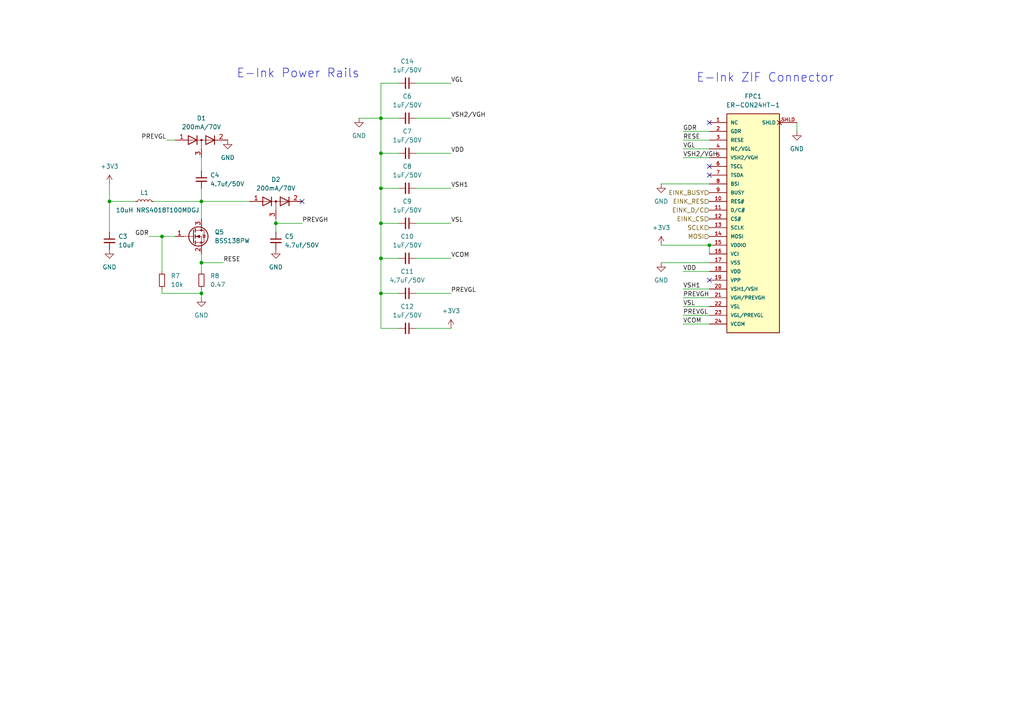
<source format=kicad_sch>
(kicad_sch (version 20211123) (generator eeschema)
  (paper "A4")
  (lib_symbols
    (symbol "Device:C_Small" (pin_numbers hide) (pin_names (offset 0.254) hide)
      (property "Reference" "C" (at 0.254 1.778 0))
      (property "Value" "C_Small" (at 0.254 -2.032 0))
      (symbol "C_Small_0_1"
        (polyline (pts (xy -1.524 -0.508) (xy 1.524 -0.508)) (stroke (width 0.3302)))
        (polyline (pts (xy -1.524 0.508) (xy 1.524 0.508)) (stroke (width 0.3048)))
      )
      (symbol "C_Small_1_1"
        (pin passive line (at 0 2.54 270) (length 2.032) (name "~") (number "1"))
        (pin passive line (at 0 -2.54 90) (length 2.032) (name "~") (number "2"))
      )
    )
    (symbol "Device:D_Dual_Series_AKC" (pin_names (offset 0.762) hide)
      (property "Reference" "D" (at 1.27 -2.54 0))
      (property "Value" "D_Dual_Series_AKC" (at 0 2.54 0))
      (symbol "D_Dual_Series_AKC_0_1"
        (polyline (pts (xy -3.81 0) (xy 3.81 0)))
        (polyline (pts (xy 0 0) (xy 0 -2.54)))
        (polyline (pts (xy 6.35 0) (xy 7.62 0)))
        (polyline (pts (xy -1.27 -1.27) (xy -1.27 1.27) (xy -1.27 1.27)) (stroke (width 0.254)))
        (polyline (pts (xy 3.81 1.27) (xy 3.81 -1.27) (xy 3.81 -1.27)) (stroke (width 0.254)))
        (polyline (pts (xy -3.81 1.27) (xy -1.27 0) (xy -3.81 -1.27) (xy -3.81 1.27) (xy -3.81 1.27) (xy -3.81 1.27)) (stroke (width 0.254)))
        (polyline (pts (xy 1.27 1.27) (xy 3.81 0) (xy 1.27 -1.27) (xy 1.27 1.27) (xy 1.27 1.27) (xy 1.27 1.27)) (stroke (width 0.254)))
        (circle (center 0 0) (radius 0.254) (fill (type outline)))
        (pin passive line (at -7.62 0 0) (length 3.81) (name "A") (number "1"))
        (pin passive line (at 7.62 0 180) (length 3.81) (name "K") (number "2"))
        (pin passive line (at 0 -5.08 90) (length 2.54) (name "common") (number "3"))
      )
    )
    (symbol "Device:L_Small" (pin_numbers hide) (pin_names (offset 0.254) hide)
      (property "Reference" "L" (at 0.762 1.016 0))
      (property "Value" "L_Small" (at 0.762 -1.016 0))
      (symbol "L_Small_0_1"
        (arc (start 0 -2.032) (mid 0.508 -1.524) (end 0 -1.016))
        (arc (start 0 -1.016) (mid 0.508 -0.508) (end 0 0))
        (arc (start 0 0) (mid 0.508 0.508) (end 0 1.016))
        (arc (start 0 1.016) (mid 0.508 1.524) (end 0 2.032))
      )
      (symbol "L_Small_1_1"
        (pin passive line (at 0 2.54 270) (length 0.508) (name "~") (number "1"))
        (pin passive line (at 0 -2.54 90) (length 0.508) (name "~") (number "2"))
      )
    )
    (symbol "Device:R_Small" (pin_numbers hide) (pin_names (offset 0.254) hide)
      (property "Reference" "R" (at 0.762 0.508 0))
      (property "Value" "R_Small" (at 0.762 -1.016 0))
      (symbol "R_Small_0_1"
        (rectangle (start -0.762 1.778) (end 0.762 -1.778) (stroke (width 0.2032)))
      )
      (symbol "R_Small_1_1"
        (pin passive line (at 0 2.54 270) (length 0.762) (name "~") (number "1"))
        (pin passive line (at 0 -2.54 90) (length 0.762) (name "~") (number "2"))
      )
    )
    (symbol "ER-CON24HT-1:ER-CON24HT-1" (pin_names (offset 1.016))
      (property "Reference" "FPC" (at 0 1.27 0))
      (property "Value" "ER-CON24HT-1" (at 0 -66.04 0))
      (symbol "ER-CON24HT-1_0_0"
        (rectangle (start 0 0) (end 15.24 -63.5) (stroke (width 0.254)) (fill (type background)))
        (pin bidirectional line (at -5.08 -2.54 0) (length 5.08) (name "NC") (number "1"))
        (pin bidirectional line (at -5.08 -25.4 0) (length 5.08) (name "RES#") (number "10"))
        (pin bidirectional line (at -5.08 -27.94 0) (length 5.08) (name "D/C#") (number "11"))
        (pin bidirectional line (at -5.08 -30.48 0) (length 5.08) (name "CS#") (number "12"))
        (pin bidirectional line (at -5.08 -33.02 0) (length 5.08) (name "SCLK") (number "13"))
        (pin bidirectional line (at -5.08 -35.56 0) (length 5.08) (name "MOSI") (number "14"))
        (pin power_in line (at -5.08 -38.1 0) (length 5.08) (name "VDDIO") (number "15"))
        (pin power_in line (at -5.08 -40.64 0) (length 5.08) (name "VCI") (number "16"))
        (pin power_in line (at -5.08 -43.18 0) (length 5.08) (name "VSS") (number "17"))
        (pin bidirectional line (at -5.08 -45.72 0) (length 5.08) (name "VDD") (number "18"))
        (pin bidirectional line (at -5.08 -48.26 0) (length 5.08) (name "VPP") (number "19"))
        (pin bidirectional line (at -5.08 -5.08 0) (length 5.08) (name "GDR") (number "2"))
        (pin bidirectional line (at -5.08 -50.8 0) (length 5.08) (name "VSH1/VSH") (number "20"))
        (pin bidirectional line (at -5.08 -53.34 0) (length 5.08) (name "VGH/PREVGH") (number "21"))
        (pin bidirectional line (at -5.08 -55.88 0) (length 5.08) (name "VSL") (number "22"))
        (pin bidirectional line (at -5.08 -58.42 0) (length 5.08) (name "VGL/PREVGL") (number "23"))
        (pin bidirectional line (at -5.08 -60.96 0) (length 5.08) (name "VCOM") (number "24"))
        (pin bidirectional line (at -5.08 -7.62 0) (length 5.08) (name "RESE") (number "3"))
        (pin bidirectional line (at -5.08 -10.16 0) (length 5.08) (name "NC/VGL") (number "4"))
        (pin bidirectional line (at -5.08 -12.7 0) (length 5.08) (name "VSH2/VGH") (number "5"))
        (pin bidirectional line (at -5.08 -15.24 0) (length 5.08) (name "TSCL") (number "6"))
        (pin bidirectional line (at -5.08 -17.78 0) (length 5.08) (name "TSDA") (number "7"))
        (pin bidirectional line (at -5.08 -20.32 0) (length 5.08) (name "BSI") (number "8"))
        (pin bidirectional line (at -5.08 -22.86 0) (length 5.08) (name "BUSY") (number "9"))
        (pin passive non_logic (at 20.32 -2.54 180) (length 5.08) (name "SHLD") (number "SHLD"))
      )
    )
    (symbol "Transistor_FET:BSS138" (pin_names hide)
      (property "Reference" "Q" (at 5.08 1.905 0))
      (property "Value" "BSS138" (at 5.08 0 0))
      (symbol "BSS138_0_1"
        (polyline (pts (xy 0.254 0) (xy -2.54 0)))
        (polyline (pts (xy 0.254 1.905) (xy 0.254 -1.905)) (stroke (width 0.254)))
        (polyline (pts (xy 0.762 -1.27) (xy 0.762 -2.286)) (stroke (width 0.254)))
        (polyline (pts (xy 0.762 0.508) (xy 0.762 -0.508)) (stroke (width 0.254)))
        (polyline (pts (xy 0.762 2.286) (xy 0.762 1.27)) (stroke (width 0.254)))
        (polyline (pts (xy 2.54 2.54) (xy 2.54 1.778)))
        (polyline (pts (xy 2.54 -2.54) (xy 2.54 0) (xy 0.762 0)))
        (polyline (pts (xy 0.762 -1.778) (xy 3.302 -1.778) (xy 3.302 1.778) (xy 0.762 1.778)))
        (polyline (pts (xy 1.016 0) (xy 2.032 0.381) (xy 2.032 -0.381) (xy 1.016 0)) (fill (type outline)))
        (polyline (pts (xy 2.794 0.508) (xy 2.921 0.381) (xy 3.683 0.381) (xy 3.81 0.254)))
        (polyline (pts (xy 3.302 0.381) (xy 2.921 -0.254) (xy 3.683 -0.254) (xy 3.302 0.381)))
        (circle (center 1.651 0) (radius 2.794) (stroke (width 0.254)))
        (circle (center 2.54 -1.778) (radius 0.254) (fill (type outline)))
        (circle (center 2.54 1.778) (radius 0.254) (fill (type outline)))
      )
      (symbol "BSS138_1_1"
        (pin input line (at -5.08 0 0) (length 2.54) (name "G") (number "1"))
        (pin passive line (at 2.54 -5.08 90) (length 2.54) (name "S") (number "2"))
        (pin passive line (at 2.54 5.08 270) (length 2.54) (name "D") (number "3"))
      )
    )
    (symbol "power:+3V3" (power) (pin_names (offset 0))
      (property "Value" "+3V3" (at 0 3.556 0))
      (symbol "+3V3_0_1"
        (polyline (pts (xy -0.762 1.27) (xy 0 2.54)))
        (polyline (pts (xy 0 0) (xy 0 2.54)))
        (polyline (pts (xy 0 2.54) (xy 0.762 1.27)))
      )
      (symbol "+3V3_1_1"
        (pin power_in line (at 0 0 90) (length 0) hide (name "+3V3") (number "1"))
      )
    )
    (symbol "power:GND" (power) (pin_names (offset 0))
      (property "Value" "GND" (at 0 -3.81 0))
      (symbol "GND_0_1"
        (polyline (pts (xy 0 0) (xy 0 -1.27) (xy 1.27 -1.27) (xy 0 -2.54) (xy -1.27 -1.27) (xy 0 -1.27)))
      )
      (symbol "GND_1_1"
        (pin power_in line (at 0 0 270) (length 0) hide (name "GND") (number "1"))
      )
    )
  )
  (junction (at 110.49 74.93))
  (junction (at 110.49 64.77))
  (junction (at 46.99 68.58))
  (junction (at 110.49 34.29))
  (junction (at 110.49 54.61))
  (junction (at 205.74 71.12))
  (junction (at 80.01 64.77))
  (junction (at 110.49 44.45))
  (junction (at 58.42 58.42))
  (junction (at 31.75 58.42))
  (junction (at 58.42 85.09))
  (junction (at 58.42 76.2))
  (junction (at 110.49 85.09))
  (no_connect (at 205.74 50.8))
  (no_connect (at 205.74 81.28))
  (no_connect (at 205.74 35.56))
  (no_connect (at 87.63 58.42))
  (no_connect (at 205.74 48.26))
  (wire (pts (xy 110.49 85.09) (xy 110.49 74.93)))
  (wire (pts (xy 120.65 74.93) (xy 130.81 74.93)))
  (wire (pts (xy 104.14 34.29) (xy 110.49 34.29)))
  (wire (pts (xy 46.99 68.58) (xy 43.18 68.58)))
  (wire (pts (xy 120.65 95.25) (xy 130.81 95.25)))
  (wire (pts (xy 110.49 74.93) (xy 110.49 64.77)))
  (wire (pts (xy 198.12 45.72) (xy 205.74 45.72)))
  (wire (pts (xy 198.12 40.64) (xy 205.74 40.64)))
  (wire (pts (xy 58.42 63.5) (xy 58.42 58.42)))
  (wire (pts (xy 191.77 76.2) (xy 205.74 76.2)))
  (wire (pts (xy 198.12 78.74) (xy 205.74 78.74)))
  (wire (pts (xy 191.77 71.12) (xy 205.74 71.12)))
  (wire (pts (xy 110.49 95.25) (xy 110.49 85.09)))
  (wire (pts (xy 58.42 73.66) (xy 58.42 76.2)))
  (wire (pts (xy 80.01 64.77) (xy 80.01 63.5)))
  (wire (pts (xy 110.49 34.29) (xy 115.57 34.29)))
  (wire (pts (xy 110.49 44.45) (xy 110.49 54.61)))
  (wire (pts (xy 110.49 85.09) (xy 115.57 85.09)))
  (wire (pts (xy 120.65 24.13) (xy 130.81 24.13)))
  (wire (pts (xy 80.01 67.31) (xy 80.01 64.77)))
  (wire (pts (xy 110.49 54.61) (xy 115.57 54.61)))
  (wire (pts (xy 198.12 43.18) (xy 205.74 43.18)))
  (wire (pts (xy 115.57 95.25) (xy 110.49 95.25)))
  (wire (pts (xy 115.57 44.45) (xy 110.49 44.45)))
  (wire (pts (xy 205.74 71.12) (xy 205.74 73.66)))
  (wire (pts (xy 46.99 85.09) (xy 58.42 85.09)))
  (wire (pts (xy 58.42 85.09) (xy 58.42 83.82)))
  (wire (pts (xy 110.49 44.45) (xy 110.49 34.29)))
  (wire (pts (xy 120.65 64.77) (xy 130.81 64.77)))
  (wire (pts (xy 120.65 85.09) (xy 130.81 85.09)))
  (wire (pts (xy 110.49 24.13) (xy 115.57 24.13)))
  (wire (pts (xy 44.45 58.42) (xy 58.42 58.42)))
  (wire (pts (xy 46.99 83.82) (xy 46.99 85.09)))
  (wire (pts (xy 198.12 88.9) (xy 205.74 88.9)))
  (wire (pts (xy 191.77 53.34) (xy 205.74 53.34)))
  (wire (pts (xy 120.65 54.61) (xy 130.81 54.61)))
  (wire (pts (xy 110.49 74.93) (xy 115.57 74.93)))
  (wire (pts (xy 58.42 76.2) (xy 64.77 76.2)))
  (wire (pts (xy 58.42 45.72) (xy 58.42 49.53)))
  (wire (pts (xy 46.99 68.58) (xy 46.99 78.74)))
  (wire (pts (xy 50.8 68.58) (xy 46.99 68.58)))
  (wire (pts (xy 198.12 86.36) (xy 205.74 86.36)))
  (wire (pts (xy 120.65 44.45) (xy 130.81 44.45)))
  (wire (pts (xy 58.42 86.36) (xy 58.42 85.09)))
  (wire (pts (xy 198.12 83.82) (xy 205.74 83.82)))
  (wire (pts (xy 231.14 35.56) (xy 231.14 38.1)))
  (wire (pts (xy 39.37 58.42) (xy 31.75 58.42)))
  (wire (pts (xy 198.12 93.98) (xy 205.74 93.98)))
  (wire (pts (xy 58.42 54.61) (xy 58.42 58.42)))
  (wire (pts (xy 120.65 34.29) (xy 130.81 34.29)))
  (wire (pts (xy 80.01 64.77) (xy 87.63 64.77)))
  (wire (pts (xy 198.12 38.1) (xy 205.74 38.1)))
  (wire (pts (xy 110.49 64.77) (xy 110.49 54.61)))
  (wire (pts (xy 198.12 91.44) (xy 205.74 91.44)))
  (wire (pts (xy 31.75 53.34) (xy 31.75 58.42)))
  (wire (pts (xy 31.75 58.42) (xy 31.75 67.31)))
  (wire (pts (xy 58.42 76.2) (xy 58.42 78.74)))
  (wire (pts (xy 58.42 58.42) (xy 72.39 58.42)))
  (wire (pts (xy 48.26 40.64) (xy 50.8 40.64)))
  (wire (pts (xy 110.49 24.13) (xy 110.49 34.29)))
  (wire (pts (xy 110.49 64.77) (xy 115.57 64.77)))
  (text "E-Ink Power Rails" (at 68.58 22.86 0) (effects (font (size 2.54 2.54)) (justify left bottom)))
  (text "E-Ink ZIF Connector" (at 201.93 24.13 0) (effects (font (size 2.54 2.54)) (justify left bottom)))
  (label "GDR" (at 198.12 38.1 0))
  (label "VSL" (at 198.12 88.9 0))
  (label "VDD" (at 198.12 78.74 0))
  (label "VDD" (at 130.81 44.45 0))
  (label "PREVGH" (at 198.12 86.36 0))
  (label "VSH2{slash}VGH" (at 130.81 34.29 0))
  (label "VCOM" (at 130.81 74.93 0))
  (label "PREVGH" (at 87.63 64.77 0))
  (label "VCOM" (at 198.12 93.98 0))
  (label "VSH1" (at 130.81 54.61 0))
  (label "VGL" (at 198.12 43.18 0))
  (label "PREVGL" (at 130.81 85.09 0))
  (label "VSH2{slash}VGH" (at 198.12 45.72 0))
  (label "GDR" (at 43.18 68.58 180))
  (label "RESE" (at 198.12 40.64 0))
  (label "PREVGL" (at 198.12 91.44 0))
  (label "VGL" (at 130.81 24.13 0))
  (label "RESE" (at 64.77 76.2 0))
  (label "VSH1" (at 198.12 83.82 0))
  (label "PREVGL" (at 48.26 40.64 180))
  (label "VSL" (at 130.81 64.77 0))
  (hierarchical_label "MOSI" (shape input) (at 205.74 68.58 180))
  (hierarchical_label "EINK_BUSY" (shape input) (at 205.74 55.88 180))
  (hierarchical_label "SCLK" (shape input) (at 205.74 66.04 180))
  (hierarchical_label "EINK_RES" (shape input) (at 205.74 58.42 180))
  (hierarchical_label "EINK_D{slash}C" (shape input) (at 205.74 60.96 180))
  (hierarchical_label "EINK_CS" (shape input) (at 205.74 63.5 180))
  (symbol (lib_id "power:GND") (at 104.14 34.29 0) (unit 1)
    (property "Reference" "#PWR040" (effects hide))
    (property "Value" "GND" (at 104.14 39.37 0))
  )
  (symbol (lib_id "Device:R_Small") (at 46.99 81.28 0) (unit 1)
    (property "Reference" "R7" (at 49.53 80.0099 0) (effects (justify left)))
    (property "Value" "10k" (at 49.53 82.5499 0) (effects (justify left)))
    (property "Footprint" "Resistor_SMD:R_0805_2012Metric_Pad1.20x1.40mm_HandSolder" (effects hide))
  )
  (symbol (lib_id "power:GND") (at 191.77 76.2 0) (unit 1)
    (property "Reference" "#PWR044" (effects hide))
    (property "Value" "GND" (at 191.77 81.28 0))
  )
  (symbol (lib_id "Transistor_FET:BSS138") (at 55.88 68.58 0) (unit 1)
    (property "Reference" "Q5" (at 62.23 67.3099 0) (effects (justify left)))
    (property "Value" "BSS138PW" (at 62.23 69.8499 0) (effects (justify left)))
    (property "Footprint" "Package_TO_SOT_SMD:SOT-323_SC-70" (effects hide))
    (property "Datasheet" "https://www.onsemi.com/pub/Collateral/BSS138-D.PDF" (effects hide))
  )
  (symbol (lib_id "Device:L_Small") (at 41.91 58.42 90) (unit 1)
    (property "Reference" "L1" (at 41.91 55.88 90))
    (property "Value" "10uH NRS4018T100MDGJ" (at 45.72 60.96 90))
    (property "Footprint" "Inductor_SMD:L_Taiyo-Yuden_NR-40xx_HandSoldering" (effects hide))
    (property "Datasheet" "https://www.mouser.com/datasheet/2/396/wound04_e-1290968.pdf" (effects hide))
  )
  (symbol (lib_id "Device:C_Small") (at 118.11 24.13 270) (unit 1)
    (property "Reference" "C14" (at 118.1036 17.78 90))
    (property "Value" "1uF/50V" (at 118.1036 20.32 90))
    (property "Footprint" "Capacitor_SMD:C_0805_2012Metric_Pad1.18x1.45mm_HandSolder" (effects hide))
  )
  (symbol (lib_id "Device:D_Dual_Series_AKC") (at 58.42 40.64 0) (unit 1)
    (property "Reference" "D1" (at 58.42 34.29 0))
    (property "Value" "200mA/70V" (at 58.42 36.83 0))
    (property "Footprint" "Package_TO_SOT_SMD:SOT-23" (effects hide))
    (property "Datasheet" "https://www.mouser.com/datasheet/2/258/BAS70_SOT_23_-2510133.pdf" (effects hide))
  )
  (symbol (lib_id "power:GND") (at 191.77 53.34 0) (unit 1)
    (property "Reference" "#PWR042" (effects hide))
    (property "Value" "GND" (at 191.77 58.42 0))
  )
  (symbol (lib_id "Device:C_Small") (at 80.01 69.85 0) (unit 1)
    (property "Reference" "C5" (at 82.55 68.5862 0) (effects (justify left)))
    (property "Value" "4.7uf/50V" (at 82.55 71.1262 0) (effects (justify left)))
    (property "Footprint" "Capacitor_SMD:C_0805_2012Metric_Pad1.18x1.45mm_HandSolder" (effects hide))
  )
  (symbol (lib_id "power:+3V3") (at 31.75 53.34 0) (unit 1)
    (property "Reference" "#PWR0103" (effects hide))
    (property "Value" "+3V3" (at 31.75 48.26 0))
  )
  (symbol (lib_id "Device:C_Small") (at 118.11 95.25 270) (unit 1)
    (property "Reference" "C12" (at 118.1036 88.9 90))
    (property "Value" "1uF/50V" (at 118.1036 91.44 90))
    (property "Footprint" "Capacitor_SMD:C_0805_2012Metric_Pad1.18x1.45mm_HandSolder" (effects hide))
  )
  (symbol (lib_id "ER-CON24HT-1:ER-CON24HT-1") (at 210.82 33.02 0) (unit 1)
    (property "Reference" "FPC1" (at 218.44 27.94 0))
    (property "Value" "ER-CON24HT-1" (at 218.44 30.48 0))
    (property "Footprint" "EastRising Connectors:ER-CON24HT-1-REV" (effects hide))
    (property "Datasheet" "https://www.buydisplay.com/download/connector/ER-CON24HT-1.pdf" (effects hide))
  )
  (symbol (lib_id "Device:C_Small") (at 118.11 85.09 270) (unit 1)
    (property "Reference" "C11" (at 118.1036 78.74 90))
    (property "Value" "4.7uF/50V" (at 118.1036 81.28 90))
    (property "Footprint" "Capacitor_SMD:C_0805_2012Metric_Pad1.18x1.45mm_HandSolder" (effects hide))
  )
  (symbol (lib_id "Device:R_Small") (at 58.42 81.28 0) (unit 1)
    (property "Reference" "R8" (at 60.96 80.0099 0) (effects (justify left)))
    (property "Value" "0.47" (at 60.96 82.5499 0) (effects (justify left)))
    (property "Footprint" "Resistor_SMD:R_0603_1608Metric_Pad0.98x0.95mm_HandSolder" (effects hide))
    (property "Datasheet" "https://www.mouser.com/datasheet/2/315/AOA0000C313-1141758.pdf" (effects hide))
    (property "P/N" " ERJ-3RQJR47V" (effects hide))
    (property "NOTE" "0.47 OHM CURRENT SENSE RESISTOR SHUNT" (effects hide))
  )
  (symbol (lib_id "Device:C_Small") (at 31.75 69.85 0) (unit 1)
    (property "Reference" "C3" (at 34.29 68.5862 0) (effects (justify left)))
    (property "Value" "10uF" (at 34.29 71.1262 0) (effects (justify left)))
    (property "Footprint" "Capacitor_SMD:C_0805_2012Metric_Pad1.18x1.45mm_HandSolder" (effects hide))
  )
  (symbol (lib_id "power:GND") (at 80.01 72.39 0) (unit 1)
    (property "Reference" "#PWR039" (effects hide))
    (property "Value" "GND" (at 80.01 77.47 0))
  )
  (symbol (lib_id "Device:C_Small") (at 118.11 64.77 270) (unit 1)
    (property "Reference" "C9" (at 118.1036 58.42 90))
    (property "Value" "1uF/50V" (at 118.1036 60.96 90))
    (property "Footprint" "Capacitor_SMD:C_0805_2012Metric_Pad1.18x1.45mm_HandSolder" (effects hide))
  )
  (symbol (lib_id "power:+3V3") (at 130.81 95.25 0) (unit 1)
    (property "Reference" "#PWR0101" (effects hide))
    (property "Value" "+3V3" (at 130.81 90.17 0))
  )
  (symbol (lib_id "Device:C_Small") (at 118.11 74.93 270) (unit 1)
    (property "Reference" "C10" (at 118.1036 68.58 90))
    (property "Value" "1uF/50V" (at 118.1036 71.12 90))
    (property "Footprint" "Capacitor_SMD:C_0805_2012Metric_Pad1.18x1.45mm_HandSolder" (effects hide))
  )
  (symbol (lib_id "Device:C_Small") (at 58.42 52.07 0) (unit 1)
    (property "Reference" "C4" (at 60.96 50.8062 0) (effects (justify left)))
    (property "Value" "4.7uf/50V" (at 60.96 53.3462 0) (effects (justify left)))
    (property "Footprint" "Capacitor_SMD:C_0805_2012Metric_Pad1.18x1.45mm_HandSolder" (effects hide))
  )
  (symbol (lib_id "power:GND") (at 58.42 86.36 0) (unit 1)
    (property "Reference" "#PWR037" (effects hide))
    (property "Value" "GND" (at 58.42 91.44 0))
  )
  (symbol (lib_id "power:+3V3") (at 191.77 71.12 0) (unit 1)
    (property "Reference" "#PWR0102" (effects hide))
    (property "Value" "+3V3" (at 191.77 66.04 0))
  )
  (symbol (lib_id "power:GND") (at 31.75 72.39 0) (unit 1)
    (property "Reference" "#PWR036" (effects hide))
    (property "Value" "GND" (at 31.75 77.47 0))
  )
  (symbol (lib_id "Device:C_Small") (at 118.11 44.45 270) (unit 1)
    (property "Reference" "C7" (at 118.1036 38.1 90))
    (property "Value" "1uF/50V" (at 118.1036 40.64 90))
    (property "Footprint" "Capacitor_SMD:C_0805_2012Metric_Pad1.18x1.45mm_HandSolder" (effects hide))
  )
  (symbol (lib_id "power:GND") (at 231.14 38.1 0) (unit 1)
    (property "Reference" "#PWR045" (effects hide))
    (property "Value" "GND" (at 231.14 43.18 0))
  )
  (symbol (lib_id "Device:C_Small") (at 118.11 34.29 270) (unit 1)
    (property "Reference" "C6" (at 118.1036 27.94 90))
    (property "Value" "1uF/50V" (at 118.1036 30.48 90))
    (property "Footprint" "Capacitor_SMD:C_0805_2012Metric_Pad1.18x1.45mm_HandSolder" (effects hide))
  )
  (symbol (lib_id "Device:C_Small") (at 118.11 54.61 270) (unit 1)
    (property "Reference" "C8" (at 118.1036 48.26 90))
    (property "Value" "1uF/50V" (at 118.1036 50.8 90))
    (property "Footprint" "Capacitor_SMD:C_0805_2012Metric_Pad1.18x1.45mm_HandSolder" (effects hide))
  )
  (symbol (lib_id "power:GND") (at 66.04 40.64 0) (unit 1)
    (property "Reference" "#PWR038" (effects hide))
    (property "Value" "GND" (at 66.04 45.72 0))
  )
  (symbol (lib_id "Device:D_Dual_Series_AKC") (at 80.01 58.42 0) (unit 1)
    (property "Reference" "D2" (at 80.01 52.07 0))
    (property "Value" "200mA/70V" (at 80.01 54.61 0))
    (property "Footprint" "Package_TO_SOT_SMD:SOT-23" (effects hide))
    (property "Datasheet" "https://www.mouser.com/datasheet/2/258/BAS70_SOT_23_-2510133.pdf" (effects hide))
  )
)
</source>
